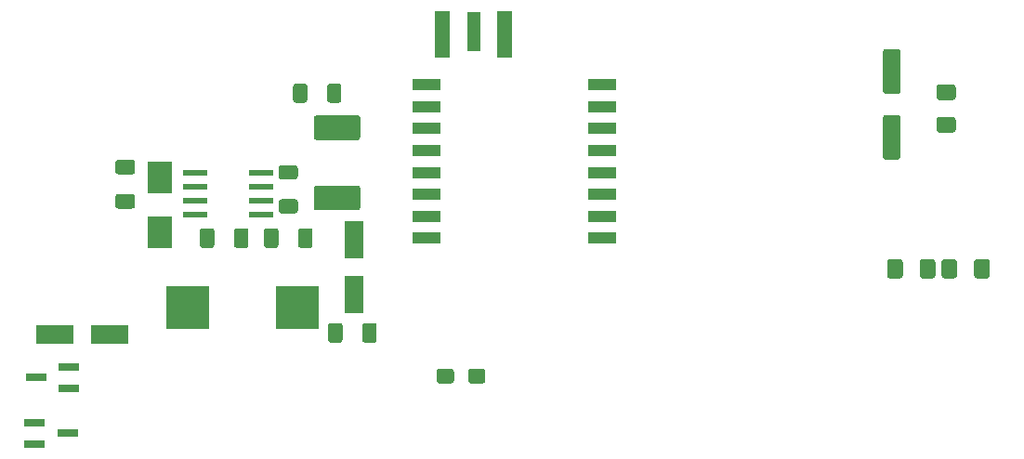
<source format=gtp>
G04 #@! TF.GenerationSoftware,KiCad,Pcbnew,(5.1.8)-1*
G04 #@! TF.CreationDate,2021-08-06T23:14:03+02:00*
G04 #@! TF.ProjectId,labAThome,6c616241-5468-46f6-9d65-2e6b69636164,rev?*
G04 #@! TF.SameCoordinates,Original*
G04 #@! TF.FileFunction,Paste,Top*
G04 #@! TF.FilePolarity,Positive*
%FSLAX46Y46*%
G04 Gerber Fmt 4.6, Leading zero omitted, Abs format (unit mm)*
G04 Created by KiCad (PCBNEW (5.1.8)-1) date 2021-08-06 23:14:03*
%MOMM*%
%LPD*%
G01*
G04 APERTURE LIST*
%ADD10R,2.200000X0.600000*%
%ADD11R,4.000000X4.000000*%
%ADD12R,2.301240X3.000000*%
%ADD13R,1.900000X0.800000*%
%ADD14R,3.500000X1.800000*%
%ADD15R,1.270000X3.600000*%
%ADD16R,1.350000X4.200000*%
%ADD17R,1.800000X3.500000*%
%ADD18R,2.500000X1.000000*%
G04 APERTURE END LIST*
G36*
G01*
X118660400Y-38166000D02*
X117559600Y-38166000D01*
G75*
G02*
X117310000Y-37916400I0J249600D01*
G01*
X117310000Y-34315600D01*
G75*
G02*
X117559600Y-34066000I249600J0D01*
G01*
X118660400Y-34066000D01*
G75*
G02*
X118910000Y-34315600I0J-249600D01*
G01*
X118910000Y-37916400D01*
G75*
G02*
X118660400Y-38166000I-249600J0D01*
G01*
G37*
G36*
G01*
X118660400Y-44166000D02*
X117559600Y-44166000D01*
G75*
G02*
X117310000Y-43916400I0J249600D01*
G01*
X117310000Y-40315600D01*
G75*
G02*
X117559600Y-40066000I249600J0D01*
G01*
X118660400Y-40066000D01*
G75*
G02*
X118910000Y-40315600I0J-249600D01*
G01*
X118910000Y-43916400D01*
G75*
G02*
X118660400Y-44166000I-249600J0D01*
G01*
G37*
G36*
G01*
X64019000Y-51958003D02*
X64019000Y-50657997D01*
G75*
G02*
X64268997Y-50408000I249997J0D01*
G01*
X65094003Y-50408000D01*
G75*
G02*
X65344000Y-50657997I0J-249997D01*
G01*
X65344000Y-51958003D01*
G75*
G02*
X65094003Y-52208000I-249997J0D01*
G01*
X64268997Y-52208000D01*
G75*
G02*
X64019000Y-51958003I0J249997D01*
G01*
G37*
G36*
G01*
X60894000Y-51958003D02*
X60894000Y-50657997D01*
G75*
G02*
X61143997Y-50408000I249997J0D01*
G01*
X61969003Y-50408000D01*
G75*
G02*
X62219000Y-50657997I0J-249997D01*
G01*
X62219000Y-51958003D01*
G75*
G02*
X61969003Y-52208000I-249997J0D01*
G01*
X61143997Y-52208000D01*
G75*
G02*
X60894000Y-51958003I0J249997D01*
G01*
G37*
G36*
G01*
X69861000Y-60594003D02*
X69861000Y-59293997D01*
G75*
G02*
X70110997Y-59044000I249997J0D01*
G01*
X70936003Y-59044000D01*
G75*
G02*
X71186000Y-59293997I0J-249997D01*
G01*
X71186000Y-60594003D01*
G75*
G02*
X70936003Y-60844000I-249997J0D01*
G01*
X70110997Y-60844000D01*
G75*
G02*
X69861000Y-60594003I0J249997D01*
G01*
G37*
G36*
G01*
X66736000Y-60594003D02*
X66736000Y-59293997D01*
G75*
G02*
X66985997Y-59044000I249997J0D01*
G01*
X67811003Y-59044000D01*
G75*
G02*
X68061000Y-59293997I0J-249997D01*
G01*
X68061000Y-60594003D01*
G75*
G02*
X67811003Y-60844000I-249997J0D01*
G01*
X66985997Y-60844000D01*
G75*
G02*
X66736000Y-60594003I0J249997D01*
G01*
G37*
G36*
G01*
X56377000Y-50657997D02*
X56377000Y-51958003D01*
G75*
G02*
X56127003Y-52208000I-249997J0D01*
G01*
X55301997Y-52208000D01*
G75*
G02*
X55052000Y-51958003I0J249997D01*
G01*
X55052000Y-50657997D01*
G75*
G02*
X55301997Y-50408000I249997J0D01*
G01*
X56127003Y-50408000D01*
G75*
G02*
X56377000Y-50657997I0J-249997D01*
G01*
G37*
G36*
G01*
X59502000Y-50657997D02*
X59502000Y-51958003D01*
G75*
G02*
X59252003Y-52208000I-249997J0D01*
G01*
X58426997Y-52208000D01*
G75*
G02*
X58177000Y-51958003I0J249997D01*
G01*
X58177000Y-50657997D01*
G75*
G02*
X58426997Y-50408000I249997J0D01*
G01*
X59252003Y-50408000D01*
G75*
G02*
X59502000Y-50657997I0J-249997D01*
G01*
G37*
G36*
G01*
X48910003Y-45493500D02*
X47609997Y-45493500D01*
G75*
G02*
X47360000Y-45243503I0J249997D01*
G01*
X47360000Y-44418497D01*
G75*
G02*
X47609997Y-44168500I249997J0D01*
G01*
X48910003Y-44168500D01*
G75*
G02*
X49160000Y-44418497I0J-249997D01*
G01*
X49160000Y-45243503D01*
G75*
G02*
X48910003Y-45493500I-249997J0D01*
G01*
G37*
G36*
G01*
X48910003Y-48618500D02*
X47609997Y-48618500D01*
G75*
G02*
X47360000Y-48368503I0J249997D01*
G01*
X47360000Y-47543497D01*
G75*
G02*
X47609997Y-47293500I249997J0D01*
G01*
X48910003Y-47293500D01*
G75*
G02*
X49160000Y-47543497I0J-249997D01*
G01*
X49160000Y-48368503D01*
G75*
G02*
X48910003Y-48618500I-249997J0D01*
G01*
G37*
D10*
X54658000Y-49149000D03*
X54658000Y-47879000D03*
X54658000Y-46609000D03*
X54658000Y-45339000D03*
X60658000Y-45339000D03*
X60658000Y-46609000D03*
X60658000Y-47879000D03*
X60658000Y-49149000D03*
G36*
G01*
X64860000Y-37474999D02*
X64860000Y-38725001D01*
G75*
G02*
X64610001Y-38975000I-249999J0D01*
G01*
X63809999Y-38975000D01*
G75*
G02*
X63560000Y-38725001I0J249999D01*
G01*
X63560000Y-37474999D01*
G75*
G02*
X63809999Y-37225000I249999J0D01*
G01*
X64610001Y-37225000D01*
G75*
G02*
X64860000Y-37474999I0J-249999D01*
G01*
G37*
G36*
G01*
X67960000Y-37474999D02*
X67960000Y-38725001D01*
G75*
G02*
X67710001Y-38975000I-249999J0D01*
G01*
X66909999Y-38975000D01*
G75*
G02*
X66660000Y-38725001I0J249999D01*
G01*
X66660000Y-37474999D01*
G75*
G02*
X66909999Y-37225000I249999J0D01*
G01*
X67710001Y-37225000D01*
G75*
G02*
X67960000Y-37474999I0J-249999D01*
G01*
G37*
G36*
G01*
X62493999Y-47763000D02*
X63744001Y-47763000D01*
G75*
G02*
X63994000Y-48012999I0J-249999D01*
G01*
X63994000Y-48813001D01*
G75*
G02*
X63744001Y-49063000I-249999J0D01*
G01*
X62493999Y-49063000D01*
G75*
G02*
X62244000Y-48813001I0J249999D01*
G01*
X62244000Y-48012999D01*
G75*
G02*
X62493999Y-47763000I249999J0D01*
G01*
G37*
G36*
G01*
X62493999Y-44663000D02*
X63744001Y-44663000D01*
G75*
G02*
X63994000Y-44912999I0J-249999D01*
G01*
X63994000Y-45713001D01*
G75*
G02*
X63744001Y-45963000I-249999J0D01*
G01*
X62493999Y-45963000D01*
G75*
G02*
X62244000Y-45713001I0J249999D01*
G01*
X62244000Y-44912999D01*
G75*
G02*
X62493999Y-44663000I249999J0D01*
G01*
G37*
D11*
X53928000Y-57658000D03*
X63928000Y-57658000D03*
D12*
X51435000Y-45760000D03*
X51435000Y-50760000D03*
D13*
X40156000Y-64008000D03*
X43156000Y-63058000D03*
X43156000Y-64958000D03*
X43029000Y-69088000D03*
X40029000Y-70038000D03*
X40029000Y-68138000D03*
D14*
X41823000Y-60071000D03*
X46823000Y-60071000D03*
G36*
G01*
X65688999Y-46525000D02*
X69439001Y-46525000D01*
G75*
G02*
X69689000Y-46774999I0J-249999D01*
G01*
X69689000Y-48525001D01*
G75*
G02*
X69439001Y-48775000I-249999J0D01*
G01*
X65688999Y-48775000D01*
G75*
G02*
X65439000Y-48525001I0J249999D01*
G01*
X65439000Y-46774999D01*
G75*
G02*
X65688999Y-46525000I249999J0D01*
G01*
G37*
G36*
G01*
X65688999Y-40125000D02*
X69439001Y-40125000D01*
G75*
G02*
X69689000Y-40374999I0J-249999D01*
G01*
X69689000Y-42125001D01*
G75*
G02*
X69439001Y-42375000I-249999J0D01*
G01*
X65688999Y-42375000D01*
G75*
G02*
X65439000Y-42125001I0J249999D01*
G01*
X65439000Y-40374999D01*
G75*
G02*
X65688999Y-40125000I249999J0D01*
G01*
G37*
G36*
G01*
X123688000Y-38722000D02*
X122438000Y-38722000D01*
G75*
G02*
X122188000Y-38472000I0J250000D01*
G01*
X122188000Y-37547000D01*
G75*
G02*
X122438000Y-37297000I250000J0D01*
G01*
X123688000Y-37297000D01*
G75*
G02*
X123938000Y-37547000I0J-250000D01*
G01*
X123938000Y-38472000D01*
G75*
G02*
X123688000Y-38722000I-250000J0D01*
G01*
G37*
G36*
G01*
X123688000Y-41697000D02*
X122438000Y-41697000D01*
G75*
G02*
X122188000Y-41447000I0J250000D01*
G01*
X122188000Y-40522000D01*
G75*
G02*
X122438000Y-40272000I250000J0D01*
G01*
X123688000Y-40272000D01*
G75*
G02*
X123938000Y-40522000I0J-250000D01*
G01*
X123938000Y-41447000D01*
G75*
G02*
X123688000Y-41697000I-250000J0D01*
G01*
G37*
D15*
X80000000Y-32500000D03*
D16*
X77175000Y-32700000D03*
X82825000Y-32700000D03*
G36*
G01*
X78217000Y-63455999D02*
X78217000Y-64306001D01*
G75*
G02*
X77967001Y-64556000I-249999J0D01*
G01*
X76891999Y-64556000D01*
G75*
G02*
X76642000Y-64306001I0J249999D01*
G01*
X76642000Y-63455999D01*
G75*
G02*
X76891999Y-63206000I249999J0D01*
G01*
X77967001Y-63206000D01*
G75*
G02*
X78217000Y-63455999I0J-249999D01*
G01*
G37*
G36*
G01*
X81092000Y-63455999D02*
X81092000Y-64306001D01*
G75*
G02*
X80842001Y-64556000I-249999J0D01*
G01*
X79766999Y-64556000D01*
G75*
G02*
X79517000Y-64306001I0J249999D01*
G01*
X79517000Y-63455999D01*
G75*
G02*
X79766999Y-63206000I249999J0D01*
G01*
X80842001Y-63206000D01*
G75*
G02*
X81092000Y-63455999I0J-249999D01*
G01*
G37*
D17*
X69088000Y-56435000D03*
X69088000Y-51435000D03*
G36*
G01*
X124066000Y-53477000D02*
X124066000Y-54727000D01*
G75*
G02*
X123816000Y-54977000I-250000J0D01*
G01*
X122891000Y-54977000D01*
G75*
G02*
X122641000Y-54727000I0J250000D01*
G01*
X122641000Y-53477000D01*
G75*
G02*
X122891000Y-53227000I250000J0D01*
G01*
X123816000Y-53227000D01*
G75*
G02*
X124066000Y-53477000I0J-250000D01*
G01*
G37*
G36*
G01*
X127041000Y-53477000D02*
X127041000Y-54727000D01*
G75*
G02*
X126791000Y-54977000I-250000J0D01*
G01*
X125866000Y-54977000D01*
G75*
G02*
X125616000Y-54727000I0J250000D01*
G01*
X125616000Y-53477000D01*
G75*
G02*
X125866000Y-53227000I250000J0D01*
G01*
X126791000Y-53227000D01*
G75*
G02*
X127041000Y-53477000I0J-250000D01*
G01*
G37*
G36*
G01*
X120663000Y-54727000D02*
X120663000Y-53477000D01*
G75*
G02*
X120913000Y-53227000I250000J0D01*
G01*
X121838000Y-53227000D01*
G75*
G02*
X122088000Y-53477000I0J-250000D01*
G01*
X122088000Y-54727000D01*
G75*
G02*
X121838000Y-54977000I-250000J0D01*
G01*
X120913000Y-54977000D01*
G75*
G02*
X120663000Y-54727000I0J250000D01*
G01*
G37*
G36*
G01*
X117688000Y-54727000D02*
X117688000Y-53477000D01*
G75*
G02*
X117938000Y-53227000I250000J0D01*
G01*
X118863000Y-53227000D01*
G75*
G02*
X119113000Y-53477000I0J-250000D01*
G01*
X119113000Y-54727000D01*
G75*
G02*
X118863000Y-54977000I-250000J0D01*
G01*
X117938000Y-54977000D01*
G75*
G02*
X117688000Y-54727000I0J250000D01*
G01*
G37*
D18*
X75694000Y-51323000D03*
X75694000Y-49323000D03*
X75694000Y-47323000D03*
X75694000Y-45323000D03*
X75694000Y-43323000D03*
X75694000Y-41323000D03*
X75694000Y-39323000D03*
X75694000Y-37323000D03*
X91694000Y-37323000D03*
X91694000Y-39323000D03*
X91694000Y-41323000D03*
X91694000Y-43323000D03*
X91694000Y-45323000D03*
X91694000Y-47323000D03*
X91694000Y-49323000D03*
X91694000Y-51323000D03*
M02*

</source>
